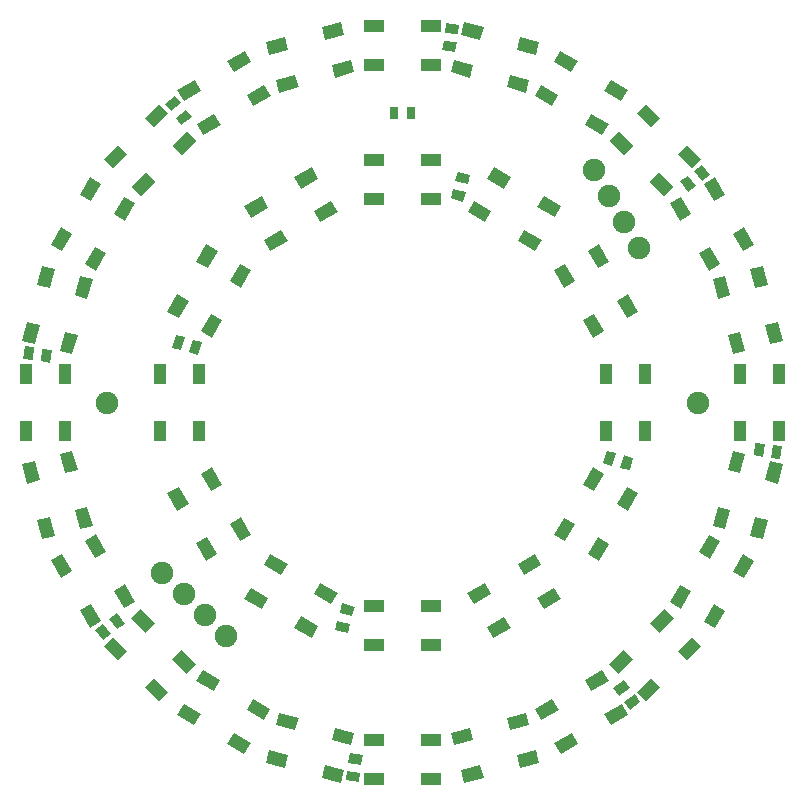
<source format=gbr>
G04 #@! TF.FileFunction,Soldermask,Bot*
%FSLAX46Y46*%
G04 Gerber Fmt 4.6, Leading zero omitted, Abs format (unit mm)*
G04 Created by KiCad (PCBNEW 4.0.7) date Tuesday, April 03, 2018 'AMt' 10:26:05 AM*
%MOMM*%
%LPD*%
G01*
G04 APERTURE LIST*
%ADD10C,0.100000*%
%ADD11C,1.906220*%
%ADD12R,0.802640X1.102360*%
%ADD13R,1.701800X1.102360*%
%ADD14R,1.102360X1.701800*%
G04 APERTURE END LIST*
D10*
G36*
X102478115Y-68363060D02*
X103571044Y-68506947D01*
X103466279Y-69302720D01*
X102373350Y-69158833D01*
X102478115Y-68363060D01*
X102478115Y-68363060D01*
G37*
G36*
X102673721Y-66877280D02*
X103766650Y-67021167D01*
X103661885Y-67816940D01*
X102568956Y-67673053D01*
X102673721Y-66877280D01*
X102673721Y-66877280D01*
G37*
G36*
X79794556Y-74881609D02*
X80669117Y-74210534D01*
X81157734Y-74847311D01*
X80283173Y-75518386D01*
X79794556Y-74881609D01*
X79794556Y-74881609D01*
G37*
G36*
X78882266Y-73692689D02*
X79756827Y-73021614D01*
X80245444Y-73658391D01*
X79370883Y-74329466D01*
X78882266Y-73692689D01*
X78882266Y-73692689D01*
G37*
G36*
X68363060Y-95521885D02*
X68506947Y-94428956D01*
X69302720Y-94533721D01*
X69158833Y-95626650D01*
X68363060Y-95521885D01*
X68363060Y-95521885D01*
G37*
G36*
X66877280Y-95326279D02*
X67021167Y-94233350D01*
X67816940Y-94338115D01*
X67673053Y-95431044D01*
X66877280Y-95326279D01*
X66877280Y-95326279D01*
G37*
G36*
X74851609Y-118205444D02*
X74180534Y-117330883D01*
X74817311Y-116842266D01*
X75488386Y-117716827D01*
X74851609Y-118205444D01*
X74851609Y-118205444D01*
G37*
G36*
X73662689Y-119117734D02*
X72991614Y-118243173D01*
X73628391Y-117754556D01*
X74299466Y-118629117D01*
X73662689Y-119117734D01*
X73662689Y-119117734D01*
G37*
G36*
X95511885Y-129646940D02*
X94418956Y-129503053D01*
X94523721Y-128707280D01*
X95616650Y-128851167D01*
X95511885Y-129646940D01*
X95511885Y-129646940D01*
G37*
G36*
X95316279Y-131132720D02*
X94223350Y-130988833D01*
X94328115Y-130193060D01*
X95421044Y-130336947D01*
X95316279Y-131132720D01*
X95316279Y-131132720D01*
G37*
G36*
X118215444Y-123138391D02*
X117340883Y-123809466D01*
X116852266Y-123172689D01*
X117726827Y-122501614D01*
X118215444Y-123138391D01*
X118215444Y-123138391D01*
G37*
G36*
X119127734Y-124327311D02*
X118253173Y-124998386D01*
X117764556Y-124361609D01*
X118639117Y-123690534D01*
X119127734Y-124327311D01*
X119127734Y-124327311D01*
G37*
G36*
X129656940Y-102488115D02*
X129513053Y-103581044D01*
X128717280Y-103476279D01*
X128861167Y-102383350D01*
X129656940Y-102488115D01*
X129656940Y-102488115D01*
G37*
G36*
X131142720Y-102683721D02*
X130998833Y-103776650D01*
X130203060Y-103671885D01*
X130346947Y-102578956D01*
X131142720Y-102683721D01*
X131142720Y-102683721D01*
G37*
G36*
X123138391Y-79794556D02*
X123809466Y-80669117D01*
X123172689Y-81157734D01*
X122501614Y-80283173D01*
X123138391Y-79794556D01*
X123138391Y-79794556D01*
G37*
G36*
X124327311Y-78882266D02*
X124998386Y-79756827D01*
X124361609Y-80245444D01*
X123690534Y-79370883D01*
X124327311Y-78882266D01*
X124327311Y-78882266D01*
G37*
G36*
X103277537Y-80923467D02*
X104342335Y-81208779D01*
X104134597Y-81984069D01*
X103069799Y-81698757D01*
X103277537Y-80923467D01*
X103277537Y-80923467D01*
G37*
G36*
X103665403Y-79475931D02*
X104730201Y-79761243D01*
X104522463Y-80536533D01*
X103457665Y-80251221D01*
X103665403Y-79475931D01*
X103665403Y-79475931D01*
G37*
G36*
X80943467Y-94732463D02*
X81228779Y-93667665D01*
X82004069Y-93875403D01*
X81718757Y-94940201D01*
X80943467Y-94732463D01*
X80943467Y-94732463D01*
G37*
G36*
X79495931Y-94344597D02*
X79781243Y-93279799D01*
X80556533Y-93487537D01*
X80271221Y-94552335D01*
X79495931Y-94344597D01*
X79495931Y-94344597D01*
G37*
G36*
X94732463Y-117066533D02*
X93667665Y-116781221D01*
X93875403Y-116005931D01*
X94940201Y-116291243D01*
X94732463Y-117066533D01*
X94732463Y-117066533D01*
G37*
G36*
X94344597Y-118514069D02*
X93279799Y-118228757D01*
X93487537Y-117453467D01*
X94552335Y-117738779D01*
X94344597Y-118514069D01*
X94344597Y-118514069D01*
G37*
G36*
X117056533Y-103267537D02*
X116771221Y-104332335D01*
X115995931Y-104124597D01*
X116281243Y-103059799D01*
X117056533Y-103267537D01*
X117056533Y-103267537D01*
G37*
G36*
X118504069Y-103655403D02*
X118218757Y-104720201D01*
X117443467Y-104512463D01*
X117728779Y-103447665D01*
X118504069Y-103655403D01*
X118504069Y-103655403D01*
G37*
D11*
X124000000Y-99000000D03*
X74000000Y-99000000D03*
D12*
X99749300Y-74500000D03*
X98250700Y-74500000D03*
D13*
X96551440Y-70378460D03*
X96551440Y-67081540D03*
X101448560Y-67081540D03*
X101448560Y-70378460D03*
D10*
G36*
X88265184Y-71685298D02*
X89908996Y-71244840D01*
X90194308Y-72309638D01*
X88550496Y-72750096D01*
X88265184Y-71685298D01*
X88265184Y-71685298D01*
G37*
G36*
X87411878Y-68500718D02*
X89055690Y-68060260D01*
X89341002Y-69125058D01*
X87697190Y-69565516D01*
X87411878Y-68500718D01*
X87411878Y-68500718D01*
G37*
G36*
X92142132Y-67233250D02*
X93785944Y-66792792D01*
X94071256Y-67857590D01*
X92427444Y-68298048D01*
X92142132Y-67233250D01*
X92142132Y-67233250D01*
G37*
G36*
X92995438Y-70417830D02*
X94639250Y-69977372D01*
X94924562Y-71042170D01*
X93280750Y-71482628D01*
X92995438Y-70417830D01*
X92995438Y-70417830D01*
G37*
G36*
X81561224Y-75390002D02*
X83035026Y-74539102D01*
X83586206Y-75493774D01*
X82112404Y-76344674D01*
X81561224Y-75390002D01*
X81561224Y-75390002D01*
G37*
G36*
X79912764Y-72534786D02*
X81386566Y-71683886D01*
X81937746Y-72638558D01*
X80463944Y-73489458D01*
X79912764Y-72534786D01*
X79912764Y-72534786D01*
G37*
G36*
X84153794Y-70086226D02*
X85627596Y-69235326D01*
X86178776Y-70189998D01*
X84704974Y-71040898D01*
X84153794Y-70086226D01*
X84153794Y-70086226D01*
G37*
G36*
X85802254Y-72941442D02*
X87276056Y-72090542D01*
X87827236Y-73045214D01*
X86353434Y-73896114D01*
X85802254Y-72941442D01*
X85802254Y-72941442D01*
G37*
G36*
X76042824Y-80708965D02*
X77246178Y-79505611D01*
X78025664Y-80285097D01*
X76822310Y-81488451D01*
X76042824Y-80708965D01*
X76042824Y-80708965D01*
G37*
G36*
X73711549Y-78377690D02*
X74914903Y-77174336D01*
X75694389Y-77953822D01*
X74491035Y-79157176D01*
X73711549Y-78377690D01*
X73711549Y-78377690D01*
G37*
G36*
X77174336Y-74914903D02*
X78377690Y-73711549D01*
X79157176Y-74491035D01*
X77953822Y-75694389D01*
X77174336Y-74914903D01*
X77174336Y-74914903D01*
G37*
G36*
X79505611Y-77246178D02*
X80708965Y-76042824D01*
X81488451Y-76822310D01*
X80285097Y-78025664D01*
X79505611Y-77246178D01*
X79505611Y-77246178D01*
G37*
G36*
X72090542Y-87276056D02*
X72941442Y-85802254D01*
X73896114Y-86353434D01*
X73045214Y-87827236D01*
X72090542Y-87276056D01*
X72090542Y-87276056D01*
G37*
G36*
X69235326Y-85627596D02*
X70086226Y-84153794D01*
X71040898Y-84704974D01*
X70189998Y-86178776D01*
X69235326Y-85627596D01*
X69235326Y-85627596D01*
G37*
G36*
X71683886Y-81386566D02*
X72534786Y-79912764D01*
X73489458Y-80463944D01*
X72638558Y-81937746D01*
X71683886Y-81386566D01*
X71683886Y-81386566D01*
G37*
G36*
X74539102Y-83035026D02*
X75390002Y-81561224D01*
X76344674Y-82112404D01*
X75493774Y-83586206D01*
X74539102Y-83035026D01*
X74539102Y-83035026D01*
G37*
G36*
X69975928Y-94641030D02*
X70416386Y-92997218D01*
X71481184Y-93282530D01*
X71040726Y-94926342D01*
X69975928Y-94641030D01*
X69975928Y-94641030D01*
G37*
G36*
X66791348Y-93787724D02*
X67231806Y-92143912D01*
X68296604Y-92429224D01*
X67856146Y-94073036D01*
X66791348Y-93787724D01*
X66791348Y-93787724D01*
G37*
G36*
X68058816Y-89057470D02*
X68499274Y-87413658D01*
X69564072Y-87698970D01*
X69123614Y-89342782D01*
X68058816Y-89057470D01*
X68058816Y-89057470D01*
G37*
G36*
X71243396Y-89910776D02*
X71683854Y-88266964D01*
X72748652Y-88552276D01*
X72308194Y-90196088D01*
X71243396Y-89910776D01*
X71243396Y-89910776D01*
G37*
D14*
X70388460Y-101448560D03*
X67091540Y-101448560D03*
X67091540Y-96551440D03*
X70388460Y-96551440D03*
D10*
G36*
X71683854Y-109733036D02*
X71243396Y-108089224D01*
X72308194Y-107803912D01*
X72748652Y-109447724D01*
X71683854Y-109733036D01*
X71683854Y-109733036D01*
G37*
G36*
X68499274Y-110586342D02*
X68058816Y-108942530D01*
X69123614Y-108657218D01*
X69564072Y-110301030D01*
X68499274Y-110586342D01*
X68499274Y-110586342D01*
G37*
G36*
X67231806Y-105856088D02*
X66791348Y-104212276D01*
X67856146Y-103926964D01*
X68296604Y-105570776D01*
X67231806Y-105856088D01*
X67231806Y-105856088D01*
G37*
G36*
X70416386Y-105002782D02*
X69975928Y-103358970D01*
X71040726Y-103073658D01*
X71481184Y-104717470D01*
X70416386Y-105002782D01*
X70416386Y-105002782D01*
G37*
G36*
X75390002Y-116428776D02*
X74539102Y-114954974D01*
X75493774Y-114403794D01*
X76344674Y-115877596D01*
X75390002Y-116428776D01*
X75390002Y-116428776D01*
G37*
G36*
X72534786Y-118077236D02*
X71683886Y-116603434D01*
X72638558Y-116052254D01*
X73489458Y-117526056D01*
X72534786Y-118077236D01*
X72534786Y-118077236D01*
G37*
G36*
X70086226Y-113836206D02*
X69235326Y-112362404D01*
X70189998Y-111811224D01*
X71040898Y-113285026D01*
X70086226Y-113836206D01*
X70086226Y-113836206D01*
G37*
G36*
X72941442Y-112187746D02*
X72090542Y-110713944D01*
X73045214Y-110162764D01*
X73896114Y-111636566D01*
X72941442Y-112187746D01*
X72941442Y-112187746D01*
G37*
G36*
X80708965Y-121947176D02*
X79505611Y-120743822D01*
X80285097Y-119964336D01*
X81488451Y-121167690D01*
X80708965Y-121947176D01*
X80708965Y-121947176D01*
G37*
G36*
X78377690Y-124278451D02*
X77174336Y-123075097D01*
X77953822Y-122295611D01*
X79157176Y-123498965D01*
X78377690Y-124278451D01*
X78377690Y-124278451D01*
G37*
G36*
X74914903Y-120815664D02*
X73711549Y-119612310D01*
X74491035Y-118832824D01*
X75694389Y-120036178D01*
X74914903Y-120815664D01*
X74914903Y-120815664D01*
G37*
G36*
X77246178Y-118484389D02*
X76042824Y-117281035D01*
X76822310Y-116501549D01*
X78025664Y-117704903D01*
X77246178Y-118484389D01*
X77246178Y-118484389D01*
G37*
G36*
X87266056Y-125899458D02*
X85792254Y-125048558D01*
X86343434Y-124093886D01*
X87817236Y-124944786D01*
X87266056Y-125899458D01*
X87266056Y-125899458D01*
G37*
G36*
X85617596Y-128754674D02*
X84143794Y-127903774D01*
X84694974Y-126949102D01*
X86168776Y-127800002D01*
X85617596Y-128754674D01*
X85617596Y-128754674D01*
G37*
G36*
X81376566Y-126306114D02*
X79902764Y-125455214D01*
X80453944Y-124500542D01*
X81927746Y-125351442D01*
X81376566Y-126306114D01*
X81376566Y-126306114D01*
G37*
G36*
X83025026Y-123450898D02*
X81551224Y-122599998D01*
X82102404Y-121645326D01*
X83576206Y-122496226D01*
X83025026Y-123450898D01*
X83025026Y-123450898D01*
G37*
G36*
X94641030Y-128024072D02*
X92997218Y-127583614D01*
X93282530Y-126518816D01*
X94926342Y-126959274D01*
X94641030Y-128024072D01*
X94641030Y-128024072D01*
G37*
G36*
X93787724Y-131208652D02*
X92143912Y-130768194D01*
X92429224Y-129703396D01*
X94073036Y-130143854D01*
X93787724Y-131208652D01*
X93787724Y-131208652D01*
G37*
G36*
X89057470Y-129941184D02*
X87413658Y-129500726D01*
X87698970Y-128435928D01*
X89342782Y-128876386D01*
X89057470Y-129941184D01*
X89057470Y-129941184D01*
G37*
G36*
X89910776Y-126756604D02*
X88266964Y-126316146D01*
X88552276Y-125251348D01*
X90196088Y-125691806D01*
X89910776Y-126756604D01*
X89910776Y-126756604D01*
G37*
D13*
X101448560Y-127601540D03*
X101448560Y-130898460D03*
X96551440Y-130898460D03*
X96551440Y-127601540D03*
D10*
G36*
X109733036Y-126312170D02*
X108089224Y-126752628D01*
X107803912Y-125687830D01*
X109447724Y-125247372D01*
X109733036Y-126312170D01*
X109733036Y-126312170D01*
G37*
G36*
X110586342Y-129496750D02*
X108942530Y-129937208D01*
X108657218Y-128872410D01*
X110301030Y-128431952D01*
X110586342Y-129496750D01*
X110586342Y-129496750D01*
G37*
G36*
X105856088Y-130764218D02*
X104212276Y-131204676D01*
X103926964Y-130139878D01*
X105570776Y-129699420D01*
X105856088Y-130764218D01*
X105856088Y-130764218D01*
G37*
G36*
X105002782Y-127579638D02*
X103358970Y-128020096D01*
X103073658Y-126955298D01*
X104717470Y-126514840D01*
X105002782Y-127579638D01*
X105002782Y-127579638D01*
G37*
G36*
X116448776Y-122609998D02*
X114974974Y-123460898D01*
X114423794Y-122506226D01*
X115897596Y-121655326D01*
X116448776Y-122609998D01*
X116448776Y-122609998D01*
G37*
G36*
X118097236Y-125465214D02*
X116623434Y-126316114D01*
X116072254Y-125361442D01*
X117546056Y-124510542D01*
X118097236Y-125465214D01*
X118097236Y-125465214D01*
G37*
G36*
X113856206Y-127913774D02*
X112382404Y-128764674D01*
X111831224Y-127810002D01*
X113305026Y-126959102D01*
X113856206Y-127913774D01*
X113856206Y-127913774D01*
G37*
G36*
X112207746Y-125058558D02*
X110733944Y-125909458D01*
X110182764Y-124954786D01*
X111656566Y-124103886D01*
X112207746Y-125058558D01*
X112207746Y-125058558D01*
G37*
G36*
X121947176Y-117281035D02*
X120743822Y-118484389D01*
X119964336Y-117704903D01*
X121167690Y-116501549D01*
X121947176Y-117281035D01*
X121947176Y-117281035D01*
G37*
G36*
X124278451Y-119612310D02*
X123075097Y-120815664D01*
X122295611Y-120036178D01*
X123498965Y-118832824D01*
X124278451Y-119612310D01*
X124278451Y-119612310D01*
G37*
G36*
X120815664Y-123075097D02*
X119612310Y-124278451D01*
X118832824Y-123498965D01*
X120036178Y-122295611D01*
X120815664Y-123075097D01*
X120815664Y-123075097D01*
G37*
G36*
X118484389Y-120743822D02*
X117281035Y-121947176D01*
X116501549Y-121167690D01*
X117704903Y-119964336D01*
X118484389Y-120743822D01*
X118484389Y-120743822D01*
G37*
G36*
X125909458Y-110733944D02*
X125058558Y-112207746D01*
X124103886Y-111656566D01*
X124954786Y-110182764D01*
X125909458Y-110733944D01*
X125909458Y-110733944D01*
G37*
G36*
X128764674Y-112382404D02*
X127913774Y-113856206D01*
X126959102Y-113305026D01*
X127810002Y-111831224D01*
X128764674Y-112382404D01*
X128764674Y-112382404D01*
G37*
G36*
X126316114Y-116623434D02*
X125465214Y-118097236D01*
X124510542Y-117546056D01*
X125361442Y-116072254D01*
X126316114Y-116623434D01*
X126316114Y-116623434D01*
G37*
G36*
X123460898Y-114974974D02*
X122609998Y-116448776D01*
X121655326Y-115897596D01*
X122506226Y-114423794D01*
X123460898Y-114974974D01*
X123460898Y-114974974D01*
G37*
G36*
X128024072Y-103358970D02*
X127583614Y-105002782D01*
X126518816Y-104717470D01*
X126959274Y-103073658D01*
X128024072Y-103358970D01*
X128024072Y-103358970D01*
G37*
G36*
X131208652Y-104212276D02*
X130768194Y-105856088D01*
X129703396Y-105570776D01*
X130143854Y-103926964D01*
X131208652Y-104212276D01*
X131208652Y-104212276D01*
G37*
G36*
X129941184Y-108942530D02*
X129500726Y-110586342D01*
X128435928Y-110301030D01*
X128876386Y-108657218D01*
X129941184Y-108942530D01*
X129941184Y-108942530D01*
G37*
G36*
X126756604Y-108089224D02*
X126316146Y-109733036D01*
X125251348Y-109447724D01*
X125691806Y-107803912D01*
X126756604Y-108089224D01*
X126756604Y-108089224D01*
G37*
D14*
X127611540Y-96551440D03*
X130908460Y-96551440D03*
X130908460Y-101448560D03*
X127611540Y-101448560D03*
D10*
G36*
X126316146Y-88266964D02*
X126756604Y-89910776D01*
X125691806Y-90196088D01*
X125251348Y-88552276D01*
X126316146Y-88266964D01*
X126316146Y-88266964D01*
G37*
G36*
X129500726Y-87413658D02*
X129941184Y-89057470D01*
X128876386Y-89342782D01*
X128435928Y-87698970D01*
X129500726Y-87413658D01*
X129500726Y-87413658D01*
G37*
G36*
X130768194Y-92143912D02*
X131208652Y-93787724D01*
X130143854Y-94073036D01*
X129703396Y-92429224D01*
X130768194Y-92143912D01*
X130768194Y-92143912D01*
G37*
G36*
X127583614Y-92997218D02*
X128024072Y-94641030D01*
X126959274Y-94926342D01*
X126518816Y-93282530D01*
X127583614Y-92997218D01*
X127583614Y-92997218D01*
G37*
G36*
X122609998Y-81561224D02*
X123460898Y-83035026D01*
X122506226Y-83586206D01*
X121655326Y-82112404D01*
X122609998Y-81561224D01*
X122609998Y-81561224D01*
G37*
G36*
X125465214Y-79912764D02*
X126316114Y-81386566D01*
X125361442Y-81937746D01*
X124510542Y-80463944D01*
X125465214Y-79912764D01*
X125465214Y-79912764D01*
G37*
G36*
X127913774Y-84153794D02*
X128764674Y-85627596D01*
X127810002Y-86178776D01*
X126959102Y-84704974D01*
X127913774Y-84153794D01*
X127913774Y-84153794D01*
G37*
G36*
X125058558Y-85802254D02*
X125909458Y-87276056D01*
X124954786Y-87827236D01*
X124103886Y-86353434D01*
X125058558Y-85802254D01*
X125058558Y-85802254D01*
G37*
G36*
X117288066Y-76042824D02*
X118491420Y-77246178D01*
X117711934Y-78025664D01*
X116508580Y-76822310D01*
X117288066Y-76042824D01*
X117288066Y-76042824D01*
G37*
G36*
X119619341Y-73711549D02*
X120822695Y-74914903D01*
X120043209Y-75694389D01*
X118839855Y-74491035D01*
X119619341Y-73711549D01*
X119619341Y-73711549D01*
G37*
G36*
X123082128Y-77174336D02*
X124285482Y-78377690D01*
X123505996Y-79157176D01*
X122302642Y-77953822D01*
X123082128Y-77174336D01*
X123082128Y-77174336D01*
G37*
G36*
X120750853Y-79505611D02*
X121954207Y-80708965D01*
X121174721Y-81488451D01*
X119971367Y-80285097D01*
X120750853Y-79505611D01*
X120750853Y-79505611D01*
G37*
G36*
X110723944Y-72090542D02*
X112197746Y-72941442D01*
X111646566Y-73896114D01*
X110172764Y-73045214D01*
X110723944Y-72090542D01*
X110723944Y-72090542D01*
G37*
G36*
X112372404Y-69235326D02*
X113846206Y-70086226D01*
X113295026Y-71040898D01*
X111821224Y-70189998D01*
X112372404Y-69235326D01*
X112372404Y-69235326D01*
G37*
G36*
X116613434Y-71683886D02*
X118087236Y-72534786D01*
X117536056Y-73489458D01*
X116062254Y-72638558D01*
X116613434Y-71683886D01*
X116613434Y-71683886D01*
G37*
G36*
X114964974Y-74539102D02*
X116438776Y-75390002D01*
X115887596Y-76344674D01*
X114413794Y-75493774D01*
X114964974Y-74539102D01*
X114964974Y-74539102D01*
G37*
G36*
X103358970Y-69981952D02*
X105002782Y-70422410D01*
X104717470Y-71487208D01*
X103073658Y-71046750D01*
X103358970Y-69981952D01*
X103358970Y-69981952D01*
G37*
G36*
X104212276Y-66797372D02*
X105856088Y-67237830D01*
X105570776Y-68302628D01*
X103926964Y-67862170D01*
X104212276Y-66797372D01*
X104212276Y-66797372D01*
G37*
G36*
X108942530Y-68064840D02*
X110586342Y-68505298D01*
X110301030Y-69570096D01*
X108657218Y-69129638D01*
X108942530Y-68064840D01*
X108942530Y-68064840D01*
G37*
G36*
X108089224Y-71249420D02*
X109733036Y-71689878D01*
X109447724Y-72754676D01*
X107803912Y-72314218D01*
X108089224Y-71249420D01*
X108089224Y-71249420D01*
G37*
D13*
X96551440Y-81750000D03*
X96551440Y-78453080D03*
X101448560Y-78453080D03*
X101448560Y-81750000D03*
D10*
G36*
X87257509Y-85238114D02*
X88731311Y-84387214D01*
X89282491Y-85341886D01*
X87808689Y-86192786D01*
X87257509Y-85238114D01*
X87257509Y-85238114D01*
G37*
G36*
X85609049Y-82382898D02*
X87082851Y-81531998D01*
X87634031Y-82486670D01*
X86160229Y-83337570D01*
X85609049Y-82382898D01*
X85609049Y-82382898D01*
G37*
G36*
X89850079Y-79934338D02*
X91323881Y-79083438D01*
X91875061Y-80038110D01*
X90401259Y-80889010D01*
X89850079Y-79934338D01*
X89850079Y-79934338D01*
G37*
G36*
X91498539Y-82789554D02*
X92972341Y-81938654D01*
X93523521Y-82893326D01*
X92049719Y-83744226D01*
X91498539Y-82789554D01*
X91498539Y-82789554D01*
G37*
G36*
X81947214Y-92961311D02*
X82798114Y-91487509D01*
X83752786Y-92038689D01*
X82901886Y-93512491D01*
X81947214Y-92961311D01*
X81947214Y-92961311D01*
G37*
G36*
X79091998Y-91312851D02*
X79942898Y-89839049D01*
X80897570Y-90390229D01*
X80046670Y-91864031D01*
X79091998Y-91312851D01*
X79091998Y-91312851D01*
G37*
G36*
X81540558Y-87071821D02*
X82391458Y-85598019D01*
X83346130Y-86149199D01*
X82495230Y-87623001D01*
X81540558Y-87071821D01*
X81540558Y-87071821D01*
G37*
G36*
X84395774Y-88720281D02*
X85246674Y-87246479D01*
X86201346Y-87797659D01*
X85350446Y-89271461D01*
X84395774Y-88720281D01*
X84395774Y-88720281D01*
G37*
D14*
X81760000Y-101450000D03*
X78463080Y-101450000D03*
X78463080Y-96552880D03*
X81760000Y-96552880D03*
D10*
G36*
X85230002Y-110753521D02*
X84379102Y-109279719D01*
X85333774Y-108728539D01*
X86184674Y-110202341D01*
X85230002Y-110753521D01*
X85230002Y-110753521D01*
G37*
G36*
X82374786Y-112401981D02*
X81523886Y-110928179D01*
X82478558Y-110376999D01*
X83329458Y-111850801D01*
X82374786Y-112401981D01*
X82374786Y-112401981D01*
G37*
G36*
X79926226Y-108160951D02*
X79075326Y-106687149D01*
X80029998Y-106135969D01*
X80880898Y-107609771D01*
X79926226Y-108160951D01*
X79926226Y-108160951D01*
G37*
G36*
X82781442Y-106512491D02*
X81930542Y-105038689D01*
X82885214Y-104487509D01*
X83736114Y-105961311D01*
X82781442Y-106512491D01*
X82781442Y-106512491D01*
G37*
G36*
X92956056Y-116059458D02*
X91482254Y-115208558D01*
X92033434Y-114253886D01*
X93507236Y-115104786D01*
X92956056Y-116059458D01*
X92956056Y-116059458D01*
G37*
G36*
X91307596Y-118914674D02*
X89833794Y-118063774D01*
X90384974Y-117109102D01*
X91858776Y-117960002D01*
X91307596Y-118914674D01*
X91307596Y-118914674D01*
G37*
G36*
X87066566Y-116466114D02*
X85592764Y-115615214D01*
X86143944Y-114660542D01*
X87617746Y-115511442D01*
X87066566Y-116466114D01*
X87066566Y-116466114D01*
G37*
G36*
X88715026Y-113610898D02*
X87241224Y-112759998D01*
X87792404Y-111805326D01*
X89266206Y-112656226D01*
X88715026Y-113610898D01*
X88715026Y-113610898D01*
G37*
D13*
X101448560Y-116251540D03*
X101448560Y-119548460D03*
X96551440Y-119548460D03*
X96551440Y-116251540D03*
D10*
G36*
X110758776Y-112769998D02*
X109284974Y-113620898D01*
X108733794Y-112666226D01*
X110207596Y-111815326D01*
X110758776Y-112769998D01*
X110758776Y-112769998D01*
G37*
G36*
X112407236Y-115625214D02*
X110933434Y-116476114D01*
X110382254Y-115521442D01*
X111856056Y-114670542D01*
X112407236Y-115625214D01*
X112407236Y-115625214D01*
G37*
G36*
X108166206Y-118073774D02*
X106692404Y-118924674D01*
X106141224Y-117970002D01*
X107615026Y-117119102D01*
X108166206Y-118073774D01*
X108166206Y-118073774D01*
G37*
G36*
X106517746Y-115218558D02*
X105043944Y-116069458D01*
X104492764Y-115114786D01*
X105966566Y-114263886D01*
X106517746Y-115218558D01*
X106517746Y-115218558D01*
G37*
G36*
X116069458Y-105043944D02*
X115218558Y-106517746D01*
X114263886Y-105966566D01*
X115114786Y-104492764D01*
X116069458Y-105043944D01*
X116069458Y-105043944D01*
G37*
G36*
X118924674Y-106692404D02*
X118073774Y-108166206D01*
X117119102Y-107615026D01*
X117970002Y-106141224D01*
X118924674Y-106692404D01*
X118924674Y-106692404D01*
G37*
G36*
X116476114Y-110933434D02*
X115625214Y-112407236D01*
X114670542Y-111856056D01*
X115521442Y-110382254D01*
X116476114Y-110933434D01*
X116476114Y-110933434D01*
G37*
G36*
X113620898Y-109284974D02*
X112769998Y-110758776D01*
X111815326Y-110207596D01*
X112666226Y-108733794D01*
X113620898Y-109284974D01*
X113620898Y-109284974D01*
G37*
D14*
X116250000Y-96551440D03*
X119546920Y-96551440D03*
X119546920Y-101448560D03*
X116250000Y-101448560D03*
D10*
G36*
X112769998Y-87241224D02*
X113620898Y-88715026D01*
X112666226Y-89266206D01*
X111815326Y-87792404D01*
X112769998Y-87241224D01*
X112769998Y-87241224D01*
G37*
G36*
X115625214Y-85592764D02*
X116476114Y-87066566D01*
X115521442Y-87617746D01*
X114670542Y-86143944D01*
X115625214Y-85592764D01*
X115625214Y-85592764D01*
G37*
G36*
X118073774Y-89833794D02*
X118924674Y-91307596D01*
X117970002Y-91858776D01*
X117119102Y-90384974D01*
X118073774Y-89833794D01*
X118073774Y-89833794D01*
G37*
G36*
X115218558Y-91482254D02*
X116069458Y-92956056D01*
X115114786Y-93507236D01*
X114263886Y-92033434D01*
X115218558Y-91482254D01*
X115218558Y-91482254D01*
G37*
G36*
X105053944Y-81930542D02*
X106527746Y-82781442D01*
X105976566Y-83736114D01*
X104502764Y-82885214D01*
X105053944Y-81930542D01*
X105053944Y-81930542D01*
G37*
G36*
X106702404Y-79075326D02*
X108176206Y-79926226D01*
X107625026Y-80880898D01*
X106151224Y-80029998D01*
X106702404Y-79075326D01*
X106702404Y-79075326D01*
G37*
G36*
X110943434Y-81523886D02*
X112417236Y-82374786D01*
X111866056Y-83329458D01*
X110392254Y-82478558D01*
X110943434Y-81523886D01*
X110943434Y-81523886D01*
G37*
G36*
X109294974Y-84379102D02*
X110768776Y-85230002D01*
X110217596Y-86184674D01*
X108743794Y-85333774D01*
X109294974Y-84379102D01*
X109294974Y-84379102D01*
G37*
D11*
X119040000Y-85899409D03*
X117770000Y-83699704D03*
X116500000Y-81500000D03*
X115230000Y-79300295D03*
X84046051Y-118796051D03*
X82250000Y-117000000D03*
X80453948Y-115203948D03*
X78657897Y-113407897D03*
M02*

</source>
